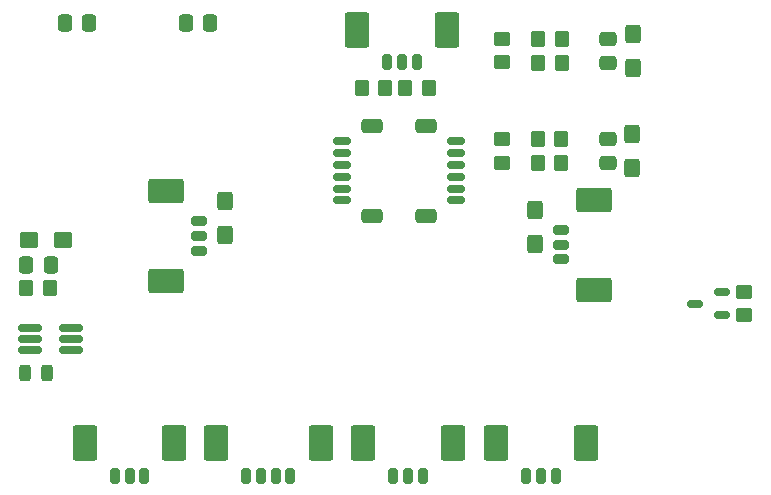
<source format=gbp>
G04 #@! TF.GenerationSoftware,KiCad,Pcbnew,8.0.4*
G04 #@! TF.CreationDate,2024-09-30T21:52:52+02:00*
G04 #@! TF.ProjectId,SUMEC_MK_IV,53554d45-435f-44d4-9b5f-49562e6b6963,v2.1.1*
G04 #@! TF.SameCoordinates,Original*
G04 #@! TF.FileFunction,Paste,Bot*
G04 #@! TF.FilePolarity,Positive*
%FSLAX46Y46*%
G04 Gerber Fmt 4.6, Leading zero omitted, Abs format (unit mm)*
G04 Created by KiCad (PCBNEW 8.0.4) date 2024-09-30 21:52:52*
%MOMM*%
%LPD*%
G01*
G04 APERTURE LIST*
G04 Aperture macros list*
%AMRoundRect*
0 Rectangle with rounded corners*
0 $1 Rounding radius*
0 $2 $3 $4 $5 $6 $7 $8 $9 X,Y pos of 4 corners*
0 Add a 4 corners polygon primitive as box body*
4,1,4,$2,$3,$4,$5,$6,$7,$8,$9,$2,$3,0*
0 Add four circle primitives for the rounded corners*
1,1,$1+$1,$2,$3*
1,1,$1+$1,$4,$5*
1,1,$1+$1,$6,$7*
1,1,$1+$1,$8,$9*
0 Add four rect primitives between the rounded corners*
20,1,$1+$1,$2,$3,$4,$5,0*
20,1,$1+$1,$4,$5,$6,$7,0*
20,1,$1+$1,$6,$7,$8,$9,0*
20,1,$1+$1,$8,$9,$2,$3,0*%
G04 Aperture macros list end*
%ADD10RoundRect,0.250000X0.337500X0.475000X-0.337500X0.475000X-0.337500X-0.475000X0.337500X-0.475000X0*%
%ADD11RoundRect,0.250000X0.425000X-0.537500X0.425000X0.537500X-0.425000X0.537500X-0.425000X-0.537500X0*%
%ADD12RoundRect,0.162500X-0.837500X-0.162500X0.837500X-0.162500X0.837500X0.162500X-0.837500X0.162500X0*%
%ADD13RoundRect,0.250000X0.350000X0.450000X-0.350000X0.450000X-0.350000X-0.450000X0.350000X-0.450000X0*%
%ADD14RoundRect,0.150000X-0.625000X0.150000X-0.625000X-0.150000X0.625000X-0.150000X0.625000X0.150000X0*%
%ADD15RoundRect,0.250000X-0.650000X0.350000X-0.650000X-0.350000X0.650000X-0.350000X0.650000X0.350000X0*%
%ADD16RoundRect,0.243750X0.243750X0.456250X-0.243750X0.456250X-0.243750X-0.456250X0.243750X-0.456250X0*%
%ADD17RoundRect,0.150000X0.512500X0.150000X-0.512500X0.150000X-0.512500X-0.150000X0.512500X-0.150000X0*%
%ADD18RoundRect,0.200000X-0.200000X-0.450000X0.200000X-0.450000X0.200000X0.450000X-0.200000X0.450000X0*%
%ADD19RoundRect,0.250001X-0.799999X-1.249999X0.799999X-1.249999X0.799999X1.249999X-0.799999X1.249999X0*%
%ADD20RoundRect,0.250000X-0.337500X-0.475000X0.337500X-0.475000X0.337500X0.475000X-0.337500X0.475000X0*%
%ADD21RoundRect,0.250000X-0.475000X0.337500X-0.475000X-0.337500X0.475000X-0.337500X0.475000X0.337500X0*%
%ADD22RoundRect,0.250000X0.450000X-0.350000X0.450000X0.350000X-0.450000X0.350000X-0.450000X-0.350000X0*%
%ADD23RoundRect,0.200000X-0.450000X0.200000X-0.450000X-0.200000X0.450000X-0.200000X0.450000X0.200000X0*%
%ADD24RoundRect,0.250001X-1.249999X0.799999X-1.249999X-0.799999X1.249999X-0.799999X1.249999X0.799999X0*%
%ADD25RoundRect,0.250000X-0.537500X-0.425000X0.537500X-0.425000X0.537500X0.425000X-0.537500X0.425000X0*%
%ADD26RoundRect,0.150000X0.625000X-0.150000X0.625000X0.150000X-0.625000X0.150000X-0.625000X-0.150000X0*%
%ADD27RoundRect,0.250000X0.650000X-0.350000X0.650000X0.350000X-0.650000X0.350000X-0.650000X-0.350000X0*%
%ADD28RoundRect,0.200000X0.450000X-0.200000X0.450000X0.200000X-0.450000X0.200000X-0.450000X-0.200000X0*%
%ADD29RoundRect,0.250001X1.249999X-0.799999X1.249999X0.799999X-1.249999X0.799999X-1.249999X-0.799999X0*%
%ADD30RoundRect,0.250000X-0.350000X-0.450000X0.350000X-0.450000X0.350000X0.450000X-0.350000X0.450000X0*%
G04 APERTURE END LIST*
D10*
X126037500Y-85000000D03*
X123962500Y-85000000D03*
D11*
X161800000Y-88787500D03*
X161800000Y-85912500D03*
D12*
X110790000Y-112700000D03*
X110790000Y-111750000D03*
X110790000Y-110800000D03*
X114210000Y-110800000D03*
X114210000Y-111750000D03*
X114210000Y-112700000D03*
D13*
X112450000Y-107450000D03*
X110450000Y-107450000D03*
D14*
X146825000Y-95000000D03*
X146825000Y-96000000D03*
X146825000Y-97000000D03*
X146825000Y-98000000D03*
X146825000Y-99000000D03*
X146825000Y-100000000D03*
D15*
X144300000Y-93700000D03*
X144300000Y-101300000D03*
D16*
X112187500Y-114650000D03*
X110312500Y-114650000D03*
D17*
X167112500Y-108750000D03*
X169387500Y-109700000D03*
X169387500Y-107800000D03*
D18*
X141525000Y-123300000D03*
X142775000Y-123300000D03*
X144025000Y-123300000D03*
D19*
X138975000Y-120550000D03*
X146575000Y-120550000D03*
D20*
X113712500Y-85000000D03*
X115787500Y-85000000D03*
D21*
X159700000Y-86312500D03*
X159700000Y-88387500D03*
D22*
X171250000Y-109750000D03*
X171250000Y-107750000D03*
X150737500Y-88300000D03*
X150737500Y-86300000D03*
D21*
X159725000Y-94787500D03*
X159725000Y-96862500D03*
D13*
X144550000Y-90450000D03*
X142550000Y-90450000D03*
D22*
X150737500Y-96800000D03*
X150737500Y-94800000D03*
D20*
X110462500Y-105500000D03*
X112537500Y-105500000D03*
D23*
X155750000Y-102500000D03*
X155750000Y-103750000D03*
X155750000Y-105000000D03*
D24*
X158500000Y-99950000D03*
X158500000Y-107550000D03*
D25*
X110662500Y-103400000D03*
X113537500Y-103400000D03*
D18*
X141000000Y-88300000D03*
X142250000Y-88300000D03*
X143500000Y-88300000D03*
D19*
X138450000Y-85550000D03*
X146050000Y-85550000D03*
D18*
X152775000Y-123300000D03*
X154025000Y-123300000D03*
X155275000Y-123300000D03*
D19*
X150225000Y-120550000D03*
X157825000Y-120550000D03*
D13*
X155750000Y-96800000D03*
X153750000Y-96800000D03*
D26*
X137175000Y-100000000D03*
X137175000Y-99000000D03*
X137175000Y-98000000D03*
X137175000Y-97000000D03*
X137175000Y-96000000D03*
X137175000Y-95000000D03*
D27*
X139700000Y-101300000D03*
X139700000Y-93700000D03*
D13*
X155800000Y-88350000D03*
X153800000Y-88350000D03*
D28*
X125050000Y-104250000D03*
X125050000Y-103000000D03*
X125050000Y-101750000D03*
D29*
X122300000Y-106800000D03*
X122300000Y-99200000D03*
D18*
X117950000Y-123300000D03*
X119200000Y-123300000D03*
X120450000Y-123300000D03*
D19*
X115400000Y-120550000D03*
X123000000Y-120550000D03*
D11*
X127250000Y-102937500D03*
X127250000Y-100062500D03*
X161775000Y-97262500D03*
X161775000Y-94387500D03*
D13*
X155800000Y-86350000D03*
X153800000Y-86350000D03*
X155750000Y-94800000D03*
X153750000Y-94800000D03*
D11*
X153500000Y-103687500D03*
X153500000Y-100812500D03*
D30*
X138850000Y-90450000D03*
X140850000Y-90450000D03*
D18*
X129075000Y-123300000D03*
X130325000Y-123300000D03*
X131575000Y-123300000D03*
X132825000Y-123300000D03*
D19*
X126525000Y-120550000D03*
X135375000Y-120550000D03*
M02*

</source>
